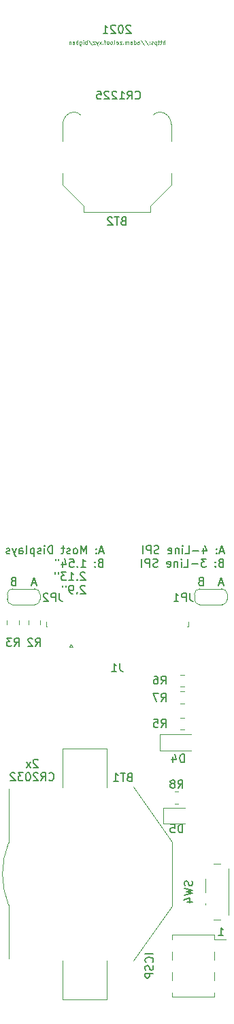
<source format=gbo>
G04 #@! TF.GenerationSoftware,KiCad,Pcbnew,(5.1.10)-1*
G04 #@! TF.CreationDate,2021-11-22T20:28:52+00:00*
G04 #@! TF.ProjectId,Big Ben Ornament,42696720-4265-46e2-904f-726e616d656e,rev?*
G04 #@! TF.SameCoordinates,Original*
G04 #@! TF.FileFunction,Legend,Bot*
G04 #@! TF.FilePolarity,Positive*
%FSLAX46Y46*%
G04 Gerber Fmt 4.6, Leading zero omitted, Abs format (unit mm)*
G04 Created by KiCad (PCBNEW (5.1.10)-1) date 2021-11-22 20:28:52*
%MOMM*%
%LPD*%
G01*
G04 APERTURE LIST*
%ADD10C,0.150000*%
%ADD11C,0.100000*%
%ADD12C,0.120000*%
G04 APERTURE END LIST*
D10*
X105209125Y-50637179D02*
X105161506Y-50589560D01*
X105066268Y-50541940D01*
X104828173Y-50541940D01*
X104732935Y-50589560D01*
X104685316Y-50637179D01*
X104637697Y-50732417D01*
X104637697Y-50827655D01*
X104685316Y-50970512D01*
X105256744Y-51541940D01*
X104637697Y-51541940D01*
X104018649Y-50541940D02*
X103923411Y-50541940D01*
X103828173Y-50589560D01*
X103780554Y-50637179D01*
X103732935Y-50732417D01*
X103685316Y-50922893D01*
X103685316Y-51160988D01*
X103732935Y-51351464D01*
X103780554Y-51446702D01*
X103828173Y-51494321D01*
X103923411Y-51541940D01*
X104018649Y-51541940D01*
X104113887Y-51494321D01*
X104161506Y-51446702D01*
X104209125Y-51351464D01*
X104256744Y-51160988D01*
X104256744Y-50922893D01*
X104209125Y-50732417D01*
X104161506Y-50637179D01*
X104113887Y-50589560D01*
X104018649Y-50541940D01*
X103304363Y-50637179D02*
X103256744Y-50589560D01*
X103161506Y-50541940D01*
X102923411Y-50541940D01*
X102828173Y-50589560D01*
X102780554Y-50637179D01*
X102732935Y-50732417D01*
X102732935Y-50827655D01*
X102780554Y-50970512D01*
X103351982Y-51541940D01*
X102732935Y-51541940D01*
X101780554Y-51541940D02*
X102351982Y-51541940D01*
X102066268Y-51541940D02*
X102066268Y-50541940D01*
X102161506Y-50684798D01*
X102256744Y-50780036D01*
X102351982Y-50827655D01*
D11*
X109447220Y-52903250D02*
X109447220Y-52403250D01*
X109232935Y-52903250D02*
X109232935Y-52641345D01*
X109256744Y-52593726D01*
X109304363Y-52569917D01*
X109375792Y-52569917D01*
X109423411Y-52593726D01*
X109447220Y-52617536D01*
X109066268Y-52569917D02*
X108875792Y-52569917D01*
X108994840Y-52403250D02*
X108994840Y-52831821D01*
X108971030Y-52879440D01*
X108923411Y-52903250D01*
X108875792Y-52903250D01*
X108780554Y-52569917D02*
X108590078Y-52569917D01*
X108709125Y-52403250D02*
X108709125Y-52831821D01*
X108685316Y-52879440D01*
X108637697Y-52903250D01*
X108590078Y-52903250D01*
X108423411Y-52569917D02*
X108423411Y-53069917D01*
X108423411Y-52593726D02*
X108375792Y-52569917D01*
X108280554Y-52569917D01*
X108232935Y-52593726D01*
X108209125Y-52617536D01*
X108185316Y-52665155D01*
X108185316Y-52808012D01*
X108209125Y-52855631D01*
X108232935Y-52879440D01*
X108280554Y-52903250D01*
X108375792Y-52903250D01*
X108423411Y-52879440D01*
X107994840Y-52879440D02*
X107947220Y-52903250D01*
X107851982Y-52903250D01*
X107804363Y-52879440D01*
X107780554Y-52831821D01*
X107780554Y-52808012D01*
X107804363Y-52760393D01*
X107851982Y-52736583D01*
X107923411Y-52736583D01*
X107971030Y-52712774D01*
X107994840Y-52665155D01*
X107994840Y-52641345D01*
X107971030Y-52593726D01*
X107923411Y-52569917D01*
X107851982Y-52569917D01*
X107804363Y-52593726D01*
X107566268Y-52855631D02*
X107542459Y-52879440D01*
X107566268Y-52903250D01*
X107590078Y-52879440D01*
X107566268Y-52855631D01*
X107566268Y-52903250D01*
X107566268Y-52593726D02*
X107542459Y-52617536D01*
X107566268Y-52641345D01*
X107590078Y-52617536D01*
X107566268Y-52593726D01*
X107566268Y-52641345D01*
X106971030Y-52379440D02*
X107399601Y-53022298D01*
X106447220Y-52379440D02*
X106875792Y-53022298D01*
X106066268Y-52903250D02*
X106066268Y-52641345D01*
X106090078Y-52593726D01*
X106137697Y-52569917D01*
X106232935Y-52569917D01*
X106280554Y-52593726D01*
X106066268Y-52879440D02*
X106113887Y-52903250D01*
X106232935Y-52903250D01*
X106280554Y-52879440D01*
X106304363Y-52831821D01*
X106304363Y-52784202D01*
X106280554Y-52736583D01*
X106232935Y-52712774D01*
X106113887Y-52712774D01*
X106066268Y-52688964D01*
X105613887Y-52903250D02*
X105613887Y-52403250D01*
X105613887Y-52879440D02*
X105661506Y-52903250D01*
X105756744Y-52903250D01*
X105804363Y-52879440D01*
X105828173Y-52855631D01*
X105851982Y-52808012D01*
X105851982Y-52665155D01*
X105828173Y-52617536D01*
X105804363Y-52593726D01*
X105756744Y-52569917D01*
X105661506Y-52569917D01*
X105613887Y-52593726D01*
X105161506Y-52903250D02*
X105161506Y-52641345D01*
X105185316Y-52593726D01*
X105232935Y-52569917D01*
X105328173Y-52569917D01*
X105375792Y-52593726D01*
X105161506Y-52879440D02*
X105209125Y-52903250D01*
X105328173Y-52903250D01*
X105375792Y-52879440D01*
X105399601Y-52831821D01*
X105399601Y-52784202D01*
X105375792Y-52736583D01*
X105328173Y-52712774D01*
X105209125Y-52712774D01*
X105161506Y-52688964D01*
X104923411Y-52903250D02*
X104923411Y-52569917D01*
X104923411Y-52617536D02*
X104899601Y-52593726D01*
X104851982Y-52569917D01*
X104780554Y-52569917D01*
X104732935Y-52593726D01*
X104709125Y-52641345D01*
X104709125Y-52903250D01*
X104709125Y-52641345D02*
X104685316Y-52593726D01*
X104637697Y-52569917D01*
X104566268Y-52569917D01*
X104518649Y-52593726D01*
X104494840Y-52641345D01*
X104494840Y-52903250D01*
X104256744Y-52855631D02*
X104232935Y-52879440D01*
X104256744Y-52903250D01*
X104280554Y-52879440D01*
X104256744Y-52855631D01*
X104256744Y-52903250D01*
X104066268Y-52569917D02*
X103804363Y-52569917D01*
X104066268Y-52903250D01*
X103804363Y-52903250D01*
X103423411Y-52879440D02*
X103471030Y-52903250D01*
X103566268Y-52903250D01*
X103613887Y-52879440D01*
X103637697Y-52831821D01*
X103637697Y-52641345D01*
X103613887Y-52593726D01*
X103566268Y-52569917D01*
X103471030Y-52569917D01*
X103423411Y-52593726D01*
X103399601Y-52641345D01*
X103399601Y-52688964D01*
X103637697Y-52736583D01*
X103113887Y-52903250D02*
X103161506Y-52879440D01*
X103185316Y-52831821D01*
X103185316Y-52403250D01*
X102851982Y-52903250D02*
X102899601Y-52879440D01*
X102923411Y-52855631D01*
X102947220Y-52808012D01*
X102947220Y-52665155D01*
X102923411Y-52617536D01*
X102899601Y-52593726D01*
X102851982Y-52569917D01*
X102780554Y-52569917D01*
X102732935Y-52593726D01*
X102709125Y-52617536D01*
X102685316Y-52665155D01*
X102685316Y-52808012D01*
X102709125Y-52855631D01*
X102732935Y-52879440D01*
X102780554Y-52903250D01*
X102851982Y-52903250D01*
X102399601Y-52903250D02*
X102447220Y-52879440D01*
X102471030Y-52855631D01*
X102494840Y-52808012D01*
X102494840Y-52665155D01*
X102471030Y-52617536D01*
X102447220Y-52593726D01*
X102399601Y-52569917D01*
X102328173Y-52569917D01*
X102280554Y-52593726D01*
X102256744Y-52617536D01*
X102232935Y-52665155D01*
X102232935Y-52808012D01*
X102256744Y-52855631D01*
X102280554Y-52879440D01*
X102328173Y-52903250D01*
X102399601Y-52903250D01*
X102090078Y-52569917D02*
X101899601Y-52569917D01*
X102018649Y-52903250D02*
X102018649Y-52474679D01*
X101994840Y-52427060D01*
X101947220Y-52403250D01*
X101899601Y-52403250D01*
X101732935Y-52855631D02*
X101709125Y-52879440D01*
X101732935Y-52903250D01*
X101756744Y-52879440D01*
X101732935Y-52855631D01*
X101732935Y-52903250D01*
X101542459Y-52903250D02*
X101280554Y-52569917D01*
X101542459Y-52569917D02*
X101280554Y-52903250D01*
X101137697Y-52569917D02*
X101018649Y-52903250D01*
X100899601Y-52569917D02*
X101018649Y-52903250D01*
X101066268Y-53022298D01*
X101090078Y-53046107D01*
X101137697Y-53069917D01*
X100756744Y-52569917D02*
X100494840Y-52569917D01*
X100756744Y-52903250D01*
X100494840Y-52903250D01*
X99947220Y-52379440D02*
X100375792Y-53022298D01*
X99780554Y-52903250D02*
X99780554Y-52403250D01*
X99780554Y-52593726D02*
X99732935Y-52569917D01*
X99637697Y-52569917D01*
X99590078Y-52593726D01*
X99566268Y-52617536D01*
X99542459Y-52665155D01*
X99542459Y-52808012D01*
X99566268Y-52855631D01*
X99590078Y-52879440D01*
X99637697Y-52903250D01*
X99732935Y-52903250D01*
X99780554Y-52879440D01*
X99328173Y-52903250D02*
X99328173Y-52569917D01*
X99328173Y-52403250D02*
X99351982Y-52427060D01*
X99328173Y-52450869D01*
X99304363Y-52427060D01*
X99328173Y-52403250D01*
X99328173Y-52450869D01*
X98875792Y-52569917D02*
X98875792Y-52974679D01*
X98899601Y-53022298D01*
X98923411Y-53046107D01*
X98971030Y-53069917D01*
X99042459Y-53069917D01*
X99090078Y-53046107D01*
X98875792Y-52879440D02*
X98923411Y-52903250D01*
X99018649Y-52903250D01*
X99066268Y-52879440D01*
X99090078Y-52855631D01*
X99113887Y-52808012D01*
X99113887Y-52665155D01*
X99090078Y-52617536D01*
X99066268Y-52593726D01*
X99018649Y-52569917D01*
X98923411Y-52569917D01*
X98875792Y-52593726D01*
X98637697Y-52903250D02*
X98637697Y-52403250D01*
X98637697Y-52593726D02*
X98590078Y-52569917D01*
X98494840Y-52569917D01*
X98447220Y-52593726D01*
X98423411Y-52617536D01*
X98399601Y-52665155D01*
X98399601Y-52808012D01*
X98423411Y-52855631D01*
X98447220Y-52879440D01*
X98494840Y-52903250D01*
X98590078Y-52903250D01*
X98637697Y-52879440D01*
X97994840Y-52879440D02*
X98042459Y-52903250D01*
X98137697Y-52903250D01*
X98185316Y-52879440D01*
X98209125Y-52831821D01*
X98209125Y-52641345D01*
X98185316Y-52593726D01*
X98137697Y-52569917D01*
X98042459Y-52569917D01*
X97994840Y-52593726D01*
X97971030Y-52641345D01*
X97971030Y-52688964D01*
X98209125Y-52736583D01*
X97756744Y-52569917D02*
X97756744Y-52903250D01*
X97756744Y-52617536D02*
X97732935Y-52593726D01*
X97685316Y-52569917D01*
X97613887Y-52569917D01*
X97566268Y-52593726D01*
X97542459Y-52641345D01*
X97542459Y-52903250D01*
D10*
X101809863Y-115900726D02*
X101333673Y-115900726D01*
X101905101Y-116186440D02*
X101571768Y-115186440D01*
X101238435Y-116186440D01*
X100905101Y-116091202D02*
X100857482Y-116138821D01*
X100905101Y-116186440D01*
X100952720Y-116138821D01*
X100905101Y-116091202D01*
X100905101Y-116186440D01*
X100905101Y-115567393D02*
X100857482Y-115615012D01*
X100905101Y-115662631D01*
X100952720Y-115615012D01*
X100905101Y-115567393D01*
X100905101Y-115662631D01*
X99667006Y-116186440D02*
X99667006Y-115186440D01*
X99333673Y-115900726D01*
X99000340Y-115186440D01*
X99000340Y-116186440D01*
X98381292Y-116186440D02*
X98476530Y-116138821D01*
X98524149Y-116091202D01*
X98571768Y-115995964D01*
X98571768Y-115710250D01*
X98524149Y-115615012D01*
X98476530Y-115567393D01*
X98381292Y-115519774D01*
X98238435Y-115519774D01*
X98143197Y-115567393D01*
X98095578Y-115615012D01*
X98047959Y-115710250D01*
X98047959Y-115995964D01*
X98095578Y-116091202D01*
X98143197Y-116138821D01*
X98238435Y-116186440D01*
X98381292Y-116186440D01*
X97667006Y-116138821D02*
X97571768Y-116186440D01*
X97381292Y-116186440D01*
X97286054Y-116138821D01*
X97238435Y-116043583D01*
X97238435Y-115995964D01*
X97286054Y-115900726D01*
X97381292Y-115853107D01*
X97524149Y-115853107D01*
X97619387Y-115805488D01*
X97667006Y-115710250D01*
X97667006Y-115662631D01*
X97619387Y-115567393D01*
X97524149Y-115519774D01*
X97381292Y-115519774D01*
X97286054Y-115567393D01*
X96952720Y-115519774D02*
X96571768Y-115519774D01*
X96809863Y-115186440D02*
X96809863Y-116043583D01*
X96762244Y-116138821D01*
X96667006Y-116186440D01*
X96571768Y-116186440D01*
X95476530Y-116186440D02*
X95476530Y-115186440D01*
X95238435Y-115186440D01*
X95095578Y-115234060D01*
X95000340Y-115329298D01*
X94952720Y-115424536D01*
X94905101Y-115615012D01*
X94905101Y-115757869D01*
X94952720Y-115948345D01*
X95000340Y-116043583D01*
X95095578Y-116138821D01*
X95238435Y-116186440D01*
X95476530Y-116186440D01*
X94476530Y-116186440D02*
X94476530Y-115519774D01*
X94476530Y-115186440D02*
X94524149Y-115234060D01*
X94476530Y-115281679D01*
X94428911Y-115234060D01*
X94476530Y-115186440D01*
X94476530Y-115281679D01*
X94047959Y-116138821D02*
X93952720Y-116186440D01*
X93762244Y-116186440D01*
X93667006Y-116138821D01*
X93619387Y-116043583D01*
X93619387Y-115995964D01*
X93667006Y-115900726D01*
X93762244Y-115853107D01*
X93905101Y-115853107D01*
X94000340Y-115805488D01*
X94047959Y-115710250D01*
X94047959Y-115662631D01*
X94000340Y-115567393D01*
X93905101Y-115519774D01*
X93762244Y-115519774D01*
X93667006Y-115567393D01*
X93190816Y-115519774D02*
X93190816Y-116519774D01*
X93190816Y-115567393D02*
X93095578Y-115519774D01*
X92905101Y-115519774D01*
X92809863Y-115567393D01*
X92762244Y-115615012D01*
X92714625Y-115710250D01*
X92714625Y-115995964D01*
X92762244Y-116091202D01*
X92809863Y-116138821D01*
X92905101Y-116186440D01*
X93095578Y-116186440D01*
X93190816Y-116138821D01*
X92143197Y-116186440D02*
X92238435Y-116138821D01*
X92286054Y-116043583D01*
X92286054Y-115186440D01*
X91333673Y-116186440D02*
X91333673Y-115662631D01*
X91381292Y-115567393D01*
X91476530Y-115519774D01*
X91667006Y-115519774D01*
X91762244Y-115567393D01*
X91333673Y-116138821D02*
X91428911Y-116186440D01*
X91667006Y-116186440D01*
X91762244Y-116138821D01*
X91809863Y-116043583D01*
X91809863Y-115948345D01*
X91762244Y-115853107D01*
X91667006Y-115805488D01*
X91428911Y-115805488D01*
X91333673Y-115757869D01*
X90952720Y-115519774D02*
X90714625Y-116186440D01*
X90476530Y-115519774D02*
X90714625Y-116186440D01*
X90809863Y-116424536D01*
X90857482Y-116472155D01*
X90952720Y-116519774D01*
X90143197Y-116138821D02*
X90047959Y-116186440D01*
X89857482Y-116186440D01*
X89762244Y-116138821D01*
X89714625Y-116043583D01*
X89714625Y-115995964D01*
X89762244Y-115900726D01*
X89857482Y-115853107D01*
X90000340Y-115853107D01*
X90095578Y-115805488D01*
X90143197Y-115710250D01*
X90143197Y-115662631D01*
X90095578Y-115567393D01*
X90000340Y-115519774D01*
X89857482Y-115519774D01*
X89762244Y-115567393D01*
X101428911Y-117312631D02*
X101286054Y-117360250D01*
X101238435Y-117407869D01*
X101190816Y-117503107D01*
X101190816Y-117645964D01*
X101238435Y-117741202D01*
X101286054Y-117788821D01*
X101381292Y-117836440D01*
X101762244Y-117836440D01*
X101762244Y-116836440D01*
X101428911Y-116836440D01*
X101333673Y-116884060D01*
X101286054Y-116931679D01*
X101238435Y-117026917D01*
X101238435Y-117122155D01*
X101286054Y-117217393D01*
X101333673Y-117265012D01*
X101428911Y-117312631D01*
X101762244Y-117312631D01*
X100762244Y-117741202D02*
X100714625Y-117788821D01*
X100762244Y-117836440D01*
X100809863Y-117788821D01*
X100762244Y-117741202D01*
X100762244Y-117836440D01*
X100762244Y-117217393D02*
X100714625Y-117265012D01*
X100762244Y-117312631D01*
X100809863Y-117265012D01*
X100762244Y-117217393D01*
X100762244Y-117312631D01*
X99000340Y-117836440D02*
X99571768Y-117836440D01*
X99286054Y-117836440D02*
X99286054Y-116836440D01*
X99381292Y-116979298D01*
X99476530Y-117074536D01*
X99571768Y-117122155D01*
X98571768Y-117741202D02*
X98524149Y-117788821D01*
X98571768Y-117836440D01*
X98619387Y-117788821D01*
X98571768Y-117741202D01*
X98571768Y-117836440D01*
X97619387Y-116836440D02*
X98095578Y-116836440D01*
X98143197Y-117312631D01*
X98095578Y-117265012D01*
X98000340Y-117217393D01*
X97762244Y-117217393D01*
X97667006Y-117265012D01*
X97619387Y-117312631D01*
X97571768Y-117407869D01*
X97571768Y-117645964D01*
X97619387Y-117741202D01*
X97667006Y-117788821D01*
X97762244Y-117836440D01*
X98000340Y-117836440D01*
X98095578Y-117788821D01*
X98143197Y-117741202D01*
X96714625Y-117169774D02*
X96714625Y-117836440D01*
X96952720Y-116788821D02*
X97190816Y-117503107D01*
X96571768Y-117503107D01*
X96238435Y-116836440D02*
X96238435Y-117026917D01*
X95857482Y-116836440D02*
X95857482Y-117026917D01*
X99524149Y-118581679D02*
X99476530Y-118534060D01*
X99381292Y-118486440D01*
X99143197Y-118486440D01*
X99047959Y-118534060D01*
X99000340Y-118581679D01*
X98952720Y-118676917D01*
X98952720Y-118772155D01*
X99000340Y-118915012D01*
X99571768Y-119486440D01*
X98952720Y-119486440D01*
X98524149Y-119391202D02*
X98476530Y-119438821D01*
X98524149Y-119486440D01*
X98571768Y-119438821D01*
X98524149Y-119391202D01*
X98524149Y-119486440D01*
X97524149Y-119486440D02*
X98095578Y-119486440D01*
X97809863Y-119486440D02*
X97809863Y-118486440D01*
X97905101Y-118629298D01*
X98000340Y-118724536D01*
X98095578Y-118772155D01*
X97190816Y-118486440D02*
X96571768Y-118486440D01*
X96905101Y-118867393D01*
X96762244Y-118867393D01*
X96667006Y-118915012D01*
X96619387Y-118962631D01*
X96571768Y-119057869D01*
X96571768Y-119295964D01*
X96619387Y-119391202D01*
X96667006Y-119438821D01*
X96762244Y-119486440D01*
X97047959Y-119486440D01*
X97143197Y-119438821D01*
X97190816Y-119391202D01*
X96190816Y-118486440D02*
X96190816Y-118676917D01*
X95809863Y-118486440D02*
X95809863Y-118676917D01*
X99524149Y-120231679D02*
X99476530Y-120184060D01*
X99381292Y-120136440D01*
X99143197Y-120136440D01*
X99047959Y-120184060D01*
X99000340Y-120231679D01*
X98952720Y-120326917D01*
X98952720Y-120422155D01*
X99000340Y-120565012D01*
X99571768Y-121136440D01*
X98952720Y-121136440D01*
X98524149Y-121041202D02*
X98476530Y-121088821D01*
X98524149Y-121136440D01*
X98571768Y-121088821D01*
X98524149Y-121041202D01*
X98524149Y-121136440D01*
X98000340Y-121136440D02*
X97809863Y-121136440D01*
X97714625Y-121088821D01*
X97667006Y-121041202D01*
X97571768Y-120898345D01*
X97524149Y-120707869D01*
X97524149Y-120326917D01*
X97571768Y-120231679D01*
X97619387Y-120184060D01*
X97714625Y-120136440D01*
X97905101Y-120136440D01*
X98000340Y-120184060D01*
X98047959Y-120231679D01*
X98095578Y-120326917D01*
X98095578Y-120565012D01*
X98047959Y-120660250D01*
X98000340Y-120707869D01*
X97905101Y-120755488D01*
X97714625Y-120755488D01*
X97619387Y-120707869D01*
X97571768Y-120660250D01*
X97524149Y-120565012D01*
X97143197Y-120136440D02*
X97143197Y-120326917D01*
X96762244Y-120136440D02*
X96762244Y-120326917D01*
X116795863Y-115899726D02*
X116319673Y-115899726D01*
X116891101Y-116185440D02*
X116557768Y-115185440D01*
X116224435Y-116185440D01*
X115891101Y-116090202D02*
X115843482Y-116137821D01*
X115891101Y-116185440D01*
X115938720Y-116137821D01*
X115891101Y-116090202D01*
X115891101Y-116185440D01*
X115891101Y-115566393D02*
X115843482Y-115614012D01*
X115891101Y-115661631D01*
X115938720Y-115614012D01*
X115891101Y-115566393D01*
X115891101Y-115661631D01*
X114224435Y-115518774D02*
X114224435Y-116185440D01*
X114462530Y-115137821D02*
X114700625Y-115852107D01*
X114081578Y-115852107D01*
X113700625Y-115804488D02*
X112938720Y-115804488D01*
X111986340Y-116185440D02*
X112462530Y-116185440D01*
X112462530Y-115185440D01*
X111653006Y-116185440D02*
X111653006Y-115518774D01*
X111653006Y-115185440D02*
X111700625Y-115233060D01*
X111653006Y-115280679D01*
X111605387Y-115233060D01*
X111653006Y-115185440D01*
X111653006Y-115280679D01*
X111176816Y-115518774D02*
X111176816Y-116185440D01*
X111176816Y-115614012D02*
X111129197Y-115566393D01*
X111033959Y-115518774D01*
X110891101Y-115518774D01*
X110795863Y-115566393D01*
X110748244Y-115661631D01*
X110748244Y-116185440D01*
X109891101Y-116137821D02*
X109986340Y-116185440D01*
X110176816Y-116185440D01*
X110272054Y-116137821D01*
X110319673Y-116042583D01*
X110319673Y-115661631D01*
X110272054Y-115566393D01*
X110176816Y-115518774D01*
X109986340Y-115518774D01*
X109891101Y-115566393D01*
X109843482Y-115661631D01*
X109843482Y-115756869D01*
X110319673Y-115852107D01*
X108700625Y-116137821D02*
X108557768Y-116185440D01*
X108319673Y-116185440D01*
X108224435Y-116137821D01*
X108176816Y-116090202D01*
X108129197Y-115994964D01*
X108129197Y-115899726D01*
X108176816Y-115804488D01*
X108224435Y-115756869D01*
X108319673Y-115709250D01*
X108510149Y-115661631D01*
X108605387Y-115614012D01*
X108653006Y-115566393D01*
X108700625Y-115471155D01*
X108700625Y-115375917D01*
X108653006Y-115280679D01*
X108605387Y-115233060D01*
X108510149Y-115185440D01*
X108272054Y-115185440D01*
X108129197Y-115233060D01*
X107700625Y-116185440D02*
X107700625Y-115185440D01*
X107319673Y-115185440D01*
X107224435Y-115233060D01*
X107176816Y-115280679D01*
X107129197Y-115375917D01*
X107129197Y-115518774D01*
X107176816Y-115614012D01*
X107224435Y-115661631D01*
X107319673Y-115709250D01*
X107700625Y-115709250D01*
X106700625Y-116185440D02*
X106700625Y-115185440D01*
X116414911Y-117311631D02*
X116272054Y-117359250D01*
X116224435Y-117406869D01*
X116176816Y-117502107D01*
X116176816Y-117644964D01*
X116224435Y-117740202D01*
X116272054Y-117787821D01*
X116367292Y-117835440D01*
X116748244Y-117835440D01*
X116748244Y-116835440D01*
X116414911Y-116835440D01*
X116319673Y-116883060D01*
X116272054Y-116930679D01*
X116224435Y-117025917D01*
X116224435Y-117121155D01*
X116272054Y-117216393D01*
X116319673Y-117264012D01*
X116414911Y-117311631D01*
X116748244Y-117311631D01*
X115748244Y-117740202D02*
X115700625Y-117787821D01*
X115748244Y-117835440D01*
X115795863Y-117787821D01*
X115748244Y-117740202D01*
X115748244Y-117835440D01*
X115748244Y-117216393D02*
X115700625Y-117264012D01*
X115748244Y-117311631D01*
X115795863Y-117264012D01*
X115748244Y-117216393D01*
X115748244Y-117311631D01*
X114605387Y-116835440D02*
X113986340Y-116835440D01*
X114319673Y-117216393D01*
X114176816Y-117216393D01*
X114081578Y-117264012D01*
X114033959Y-117311631D01*
X113986340Y-117406869D01*
X113986340Y-117644964D01*
X114033959Y-117740202D01*
X114081578Y-117787821D01*
X114176816Y-117835440D01*
X114462530Y-117835440D01*
X114557768Y-117787821D01*
X114605387Y-117740202D01*
X113557768Y-117454488D02*
X112795863Y-117454488D01*
X111843482Y-117835440D02*
X112319673Y-117835440D01*
X112319673Y-116835440D01*
X111510149Y-117835440D02*
X111510149Y-117168774D01*
X111510149Y-116835440D02*
X111557768Y-116883060D01*
X111510149Y-116930679D01*
X111462530Y-116883060D01*
X111510149Y-116835440D01*
X111510149Y-116930679D01*
X111033959Y-117168774D02*
X111033959Y-117835440D01*
X111033959Y-117264012D02*
X110986340Y-117216393D01*
X110891101Y-117168774D01*
X110748244Y-117168774D01*
X110653006Y-117216393D01*
X110605387Y-117311631D01*
X110605387Y-117835440D01*
X109748244Y-117787821D02*
X109843482Y-117835440D01*
X110033959Y-117835440D01*
X110129197Y-117787821D01*
X110176816Y-117692583D01*
X110176816Y-117311631D01*
X110129197Y-117216393D01*
X110033959Y-117168774D01*
X109843482Y-117168774D01*
X109748244Y-117216393D01*
X109700625Y-117311631D01*
X109700625Y-117406869D01*
X110176816Y-117502107D01*
X108557768Y-117787821D02*
X108414911Y-117835440D01*
X108176816Y-117835440D01*
X108081578Y-117787821D01*
X108033959Y-117740202D01*
X107986340Y-117644964D01*
X107986340Y-117549726D01*
X108033959Y-117454488D01*
X108081578Y-117406869D01*
X108176816Y-117359250D01*
X108367292Y-117311631D01*
X108462530Y-117264012D01*
X108510149Y-117216393D01*
X108557768Y-117121155D01*
X108557768Y-117025917D01*
X108510149Y-116930679D01*
X108462530Y-116883060D01*
X108367292Y-116835440D01*
X108129197Y-116835440D01*
X107986340Y-116883060D01*
X107557768Y-117835440D02*
X107557768Y-116835440D01*
X107176816Y-116835440D01*
X107081578Y-116883060D01*
X107033959Y-116930679D01*
X106986340Y-117025917D01*
X106986340Y-117168774D01*
X107033959Y-117264012D01*
X107081578Y-117311631D01*
X107176816Y-117359250D01*
X107557768Y-117359250D01*
X106557768Y-117835440D02*
X106557768Y-116835440D01*
X113900911Y-119598131D02*
X113758054Y-119645750D01*
X113710435Y-119693369D01*
X113662816Y-119788607D01*
X113662816Y-119931464D01*
X113710435Y-120026702D01*
X113758054Y-120074321D01*
X113853292Y-120121940D01*
X114234244Y-120121940D01*
X114234244Y-119121940D01*
X113900911Y-119121940D01*
X113805673Y-119169560D01*
X113758054Y-119217179D01*
X113710435Y-119312417D01*
X113710435Y-119407655D01*
X113758054Y-119502893D01*
X113805673Y-119550512D01*
X113900911Y-119598131D01*
X114234244Y-119598131D01*
X116686935Y-119836226D02*
X116210744Y-119836226D01*
X116782173Y-120121940D02*
X116448840Y-119121940D01*
X116115506Y-120121940D01*
X90596411Y-119598131D02*
X90453554Y-119645750D01*
X90405935Y-119693369D01*
X90358316Y-119788607D01*
X90358316Y-119931464D01*
X90405935Y-120026702D01*
X90453554Y-120074321D01*
X90548792Y-120121940D01*
X90929744Y-120121940D01*
X90929744Y-119121940D01*
X90596411Y-119121940D01*
X90501173Y-119169560D01*
X90453554Y-119217179D01*
X90405935Y-119312417D01*
X90405935Y-119407655D01*
X90453554Y-119502893D01*
X90501173Y-119550512D01*
X90596411Y-119598131D01*
X90929744Y-119598131D01*
X93382435Y-119836226D02*
X92906244Y-119836226D01*
X93477673Y-120121940D02*
X93144340Y-119121940D01*
X92811006Y-120121940D01*
X105780578Y-59638202D02*
X105828197Y-59685821D01*
X105971054Y-59733440D01*
X106066292Y-59733440D01*
X106209149Y-59685821D01*
X106304387Y-59590583D01*
X106352006Y-59495345D01*
X106399625Y-59304869D01*
X106399625Y-59162012D01*
X106352006Y-58971536D01*
X106304387Y-58876298D01*
X106209149Y-58781060D01*
X106066292Y-58733440D01*
X105971054Y-58733440D01*
X105828197Y-58781060D01*
X105780578Y-58828679D01*
X104780578Y-59733440D02*
X105113911Y-59257250D01*
X105352006Y-59733440D02*
X105352006Y-58733440D01*
X104971054Y-58733440D01*
X104875816Y-58781060D01*
X104828197Y-58828679D01*
X104780578Y-58923917D01*
X104780578Y-59066774D01*
X104828197Y-59162012D01*
X104875816Y-59209631D01*
X104971054Y-59257250D01*
X105352006Y-59257250D01*
X103828197Y-59733440D02*
X104399625Y-59733440D01*
X104113911Y-59733440D02*
X104113911Y-58733440D01*
X104209149Y-58876298D01*
X104304387Y-58971536D01*
X104399625Y-59019155D01*
X103447244Y-58828679D02*
X103399625Y-58781060D01*
X103304387Y-58733440D01*
X103066292Y-58733440D01*
X102971054Y-58781060D01*
X102923435Y-58828679D01*
X102875816Y-58923917D01*
X102875816Y-59019155D01*
X102923435Y-59162012D01*
X103494863Y-59733440D01*
X102875816Y-59733440D01*
X102494863Y-58828679D02*
X102447244Y-58781060D01*
X102352006Y-58733440D01*
X102113911Y-58733440D01*
X102018673Y-58781060D01*
X101971054Y-58828679D01*
X101923435Y-58923917D01*
X101923435Y-59019155D01*
X101971054Y-59162012D01*
X102542482Y-59733440D01*
X101923435Y-59733440D01*
X101018673Y-58733440D02*
X101494863Y-58733440D01*
X101542482Y-59209631D01*
X101494863Y-59162012D01*
X101399625Y-59114393D01*
X101161530Y-59114393D01*
X101066292Y-59162012D01*
X101018673Y-59209631D01*
X100971054Y-59304869D01*
X100971054Y-59542964D01*
X101018673Y-59638202D01*
X101066292Y-59685821D01*
X101161530Y-59733440D01*
X101399625Y-59733440D01*
X101494863Y-59685821D01*
X101542482Y-59638202D01*
X93644316Y-141823679D02*
X93596697Y-141776060D01*
X93501459Y-141728440D01*
X93263363Y-141728440D01*
X93168125Y-141776060D01*
X93120506Y-141823679D01*
X93072887Y-141918917D01*
X93072887Y-142014155D01*
X93120506Y-142157012D01*
X93691935Y-142728440D01*
X93072887Y-142728440D01*
X92739554Y-142728440D02*
X92215744Y-142061774D01*
X92739554Y-142061774D02*
X92215744Y-142728440D01*
X95049078Y-144283202D02*
X95096697Y-144330821D01*
X95239554Y-144378440D01*
X95334792Y-144378440D01*
X95477649Y-144330821D01*
X95572887Y-144235583D01*
X95620506Y-144140345D01*
X95668125Y-143949869D01*
X95668125Y-143807012D01*
X95620506Y-143616536D01*
X95572887Y-143521298D01*
X95477649Y-143426060D01*
X95334792Y-143378440D01*
X95239554Y-143378440D01*
X95096697Y-143426060D01*
X95049078Y-143473679D01*
X94049078Y-144378440D02*
X94382411Y-143902250D01*
X94620506Y-144378440D02*
X94620506Y-143378440D01*
X94239554Y-143378440D01*
X94144316Y-143426060D01*
X94096697Y-143473679D01*
X94049078Y-143568917D01*
X94049078Y-143711774D01*
X94096697Y-143807012D01*
X94144316Y-143854631D01*
X94239554Y-143902250D01*
X94620506Y-143902250D01*
X93668125Y-143473679D02*
X93620506Y-143426060D01*
X93525268Y-143378440D01*
X93287173Y-143378440D01*
X93191935Y-143426060D01*
X93144316Y-143473679D01*
X93096697Y-143568917D01*
X93096697Y-143664155D01*
X93144316Y-143807012D01*
X93715744Y-144378440D01*
X93096697Y-144378440D01*
X92477649Y-143378440D02*
X92382411Y-143378440D01*
X92287173Y-143426060D01*
X92239554Y-143473679D01*
X92191935Y-143568917D01*
X92144316Y-143759393D01*
X92144316Y-143997488D01*
X92191935Y-144187964D01*
X92239554Y-144283202D01*
X92287173Y-144330821D01*
X92382411Y-144378440D01*
X92477649Y-144378440D01*
X92572887Y-144330821D01*
X92620506Y-144283202D01*
X92668125Y-144187964D01*
X92715744Y-143997488D01*
X92715744Y-143759393D01*
X92668125Y-143568917D01*
X92620506Y-143473679D01*
X92572887Y-143426060D01*
X92477649Y-143378440D01*
X91810982Y-143378440D02*
X91191935Y-143378440D01*
X91525268Y-143759393D01*
X91382411Y-143759393D01*
X91287173Y-143807012D01*
X91239554Y-143854631D01*
X91191935Y-143949869D01*
X91191935Y-144187964D01*
X91239554Y-144283202D01*
X91287173Y-144330821D01*
X91382411Y-144378440D01*
X91668125Y-144378440D01*
X91763363Y-144330821D01*
X91810982Y-144283202D01*
X90810982Y-143473679D02*
X90763363Y-143426060D01*
X90668125Y-143378440D01*
X90430030Y-143378440D01*
X90334792Y-143426060D01*
X90287173Y-143473679D01*
X90239554Y-143568917D01*
X90239554Y-143664155D01*
X90287173Y-143807012D01*
X90858601Y-144378440D01*
X90239554Y-144378440D01*
X116163125Y-163619440D02*
X116734554Y-163619440D01*
X116448840Y-163619440D02*
X116448840Y-162619440D01*
X116544078Y-162762298D01*
X116639316Y-162857536D01*
X116734554Y-162905155D01*
D12*
X93234500Y-122539000D02*
G75*
G03*
X93934500Y-121839000I0J700000D01*
G01*
X93934500Y-121239000D02*
G75*
G03*
X93234500Y-120539000I-700000J0D01*
G01*
X90534500Y-120539000D02*
G75*
G03*
X89834500Y-121239000I0J-700000D01*
G01*
X89834500Y-121839000D02*
G75*
G03*
X90534500Y-122539000I700000J0D01*
G01*
X90484500Y-122539000D02*
X93284500Y-122539000D01*
X93934500Y-121839000D02*
X93934500Y-121239000D01*
X93284500Y-120539000D02*
X90484500Y-120539000D01*
X89834500Y-121239000D02*
X89834500Y-121839000D01*
X113139000Y-121239000D02*
X113139000Y-121839000D01*
X116589000Y-120539000D02*
X113789000Y-120539000D01*
X117239000Y-121839000D02*
X117239000Y-121239000D01*
X113789000Y-122539000D02*
X116589000Y-122539000D01*
X113139000Y-121839000D02*
G75*
G03*
X113839000Y-122539000I700000J0D01*
G01*
X113839000Y-120539000D02*
G75*
G03*
X113139000Y-121239000I0J-700000D01*
G01*
X117239000Y-121239000D02*
G75*
G03*
X116539000Y-120539000I-700000J0D01*
G01*
X116539000Y-122539000D02*
G75*
G03*
X117239000Y-121839000I0J700000D01*
G01*
X114513500Y-159578500D02*
X114513500Y-159778500D01*
X117363500Y-155328500D02*
X117363500Y-161028500D01*
X114513500Y-156578500D02*
X114513500Y-158278500D01*
X115563500Y-154728500D02*
X116353500Y-154728500D01*
X116353500Y-161628500D02*
X115563500Y-161628500D01*
X92483000Y-124941064D02*
X92483000Y-124486936D01*
X93953000Y-124941064D02*
X93953000Y-124486936D01*
X111161564Y-145759500D02*
X110707436Y-145759500D01*
X111161564Y-147229500D02*
X110707436Y-147229500D01*
X111405936Y-133313500D02*
X111860064Y-133313500D01*
X111405936Y-134783500D02*
X111860064Y-134783500D01*
X111405936Y-131218000D02*
X111860064Y-131218000D01*
X111405936Y-132688000D02*
X111860064Y-132688000D01*
X111405936Y-138022000D02*
X111860064Y-138022000D01*
X111405936Y-136552000D02*
X111860064Y-136552000D01*
X91286000Y-124486936D02*
X91286000Y-124941064D01*
X89816000Y-124486936D02*
X89816000Y-124941064D01*
X97980400Y-127804000D02*
X97580400Y-127804000D01*
X97780400Y-127404000D02*
X97980400Y-127804000D01*
X97580400Y-127804000D02*
X97780400Y-127404000D01*
X112355400Y-125214000D02*
X112355400Y-124614000D01*
X112245400Y-125214000D02*
X112355400Y-125214000D01*
X94705400Y-125214000D02*
X94705400Y-124614000D01*
X94815400Y-125214000D02*
X94705400Y-125214000D01*
X110404600Y-168120600D02*
X110404600Y-169140600D01*
X115604600Y-168120600D02*
X115604600Y-169140600D01*
X110404600Y-165580600D02*
X110404600Y-166600600D01*
X115604600Y-165580600D02*
X115604600Y-166600600D01*
X110404600Y-170660600D02*
X110404600Y-171230600D01*
X115604600Y-170660600D02*
X115604600Y-171230600D01*
X110404600Y-163490600D02*
X110404600Y-164060600D01*
X115604600Y-163490600D02*
X115604600Y-164060600D01*
X117044600Y-164060600D02*
X115604600Y-164060600D01*
X115604600Y-171230600D02*
X110404600Y-171230600D01*
X115604600Y-163490600D02*
X110404600Y-163490600D01*
X111934500Y-149677000D02*
X109249500Y-149677000D01*
X109249500Y-149677000D02*
X109249500Y-147757000D01*
X109249500Y-147757000D02*
X111934500Y-147757000D01*
X108875000Y-140636500D02*
X108875000Y-138636500D01*
X108875000Y-138636500D02*
X112775000Y-138636500D01*
X108875000Y-140636500D02*
X112775000Y-140636500D01*
X110255000Y-64929000D02*
X110255000Y-62829000D01*
X96755000Y-64929000D02*
X96755000Y-62829000D01*
X96755000Y-68929000D02*
X96755000Y-70379000D01*
X96755000Y-70379000D02*
X99355000Y-72979000D01*
X99355000Y-72979000D02*
X99355000Y-73779000D01*
X99355000Y-73779000D02*
X107655000Y-73779000D01*
X107655000Y-73779000D02*
X107655000Y-72979000D01*
X107655000Y-72979000D02*
X110255000Y-70379000D01*
X110255000Y-70379000D02*
X110255000Y-68929000D01*
X96755000Y-62879000D02*
G75*
G02*
X98205000Y-61329000I1500000J50000D01*
G01*
X110255000Y-62879000D02*
G75*
G03*
X108805000Y-61329000I-1500000J50000D01*
G01*
X98090385Y-61344840D02*
G75*
G02*
X99005000Y-61729000I124615J-984160D01*
G01*
X108919615Y-61344840D02*
G75*
G03*
X108005000Y-61729000I-124615J-984160D01*
G01*
X90003036Y-152109615D02*
G75*
G03*
X90004500Y-159806000I9501464J-3846385D01*
G01*
X105554500Y-145156000D02*
X110354500Y-152006000D01*
X110354500Y-152006000D02*
X110354500Y-159906000D01*
X110354500Y-159906000D02*
X105554500Y-166706000D01*
X90004500Y-145406000D02*
X90004500Y-152106000D01*
X90004500Y-166506000D02*
X90004500Y-159806000D01*
X96754500Y-145206000D02*
X96754500Y-140406000D01*
X96754500Y-140406000D02*
X102254500Y-140406000D01*
X102254500Y-140406000D02*
X102254500Y-145206000D01*
X102254500Y-166706000D02*
X102254500Y-171506000D01*
X102254500Y-171506000D02*
X96754500Y-171506000D01*
X96754500Y-171506000D02*
X96754500Y-166706000D01*
D10*
X96327173Y-121090440D02*
X96327173Y-121804726D01*
X96374792Y-121947583D01*
X96470030Y-122042821D01*
X96612887Y-122090440D01*
X96708125Y-122090440D01*
X95850982Y-122090440D02*
X95850982Y-121090440D01*
X95470030Y-121090440D01*
X95374792Y-121138060D01*
X95327173Y-121185679D01*
X95279554Y-121280917D01*
X95279554Y-121423774D01*
X95327173Y-121519012D01*
X95374792Y-121566631D01*
X95470030Y-121614250D01*
X95850982Y-121614250D01*
X94898601Y-121185679D02*
X94850982Y-121138060D01*
X94755744Y-121090440D01*
X94517649Y-121090440D01*
X94422411Y-121138060D01*
X94374792Y-121185679D01*
X94327173Y-121280917D01*
X94327173Y-121376155D01*
X94374792Y-121519012D01*
X94946220Y-122090440D01*
X94327173Y-122090440D01*
X112583173Y-121090440D02*
X112583173Y-121804726D01*
X112630792Y-121947583D01*
X112726030Y-122042821D01*
X112868887Y-122090440D01*
X112964125Y-122090440D01*
X112106982Y-122090440D02*
X112106982Y-121090440D01*
X111726030Y-121090440D01*
X111630792Y-121138060D01*
X111583173Y-121185679D01*
X111535554Y-121280917D01*
X111535554Y-121423774D01*
X111583173Y-121519012D01*
X111630792Y-121566631D01*
X111726030Y-121614250D01*
X112106982Y-121614250D01*
X110583173Y-122090440D02*
X111154601Y-122090440D01*
X110868887Y-122090440D02*
X110868887Y-121090440D01*
X110964125Y-121233298D01*
X111059363Y-121328536D01*
X111154601Y-121376155D01*
X112838261Y-156845166D02*
X112885880Y-156988023D01*
X112885880Y-157226119D01*
X112838261Y-157321357D01*
X112790642Y-157368976D01*
X112695404Y-157416595D01*
X112600166Y-157416595D01*
X112504928Y-157368976D01*
X112457309Y-157321357D01*
X112409690Y-157226119D01*
X112362071Y-157035642D01*
X112314452Y-156940404D01*
X112266833Y-156892785D01*
X112171595Y-156845166D01*
X112076357Y-156845166D01*
X111981119Y-156892785D01*
X111933500Y-156940404D01*
X111885880Y-157035642D01*
X111885880Y-157273738D01*
X111933500Y-157416595D01*
X111885880Y-157749928D02*
X112885880Y-157988023D01*
X112171595Y-158178500D01*
X112885880Y-158368976D01*
X111885880Y-158607071D01*
X112219214Y-159416595D02*
X112885880Y-159416595D01*
X111838261Y-159178500D02*
X112552547Y-158940404D01*
X112552547Y-159559452D01*
X93374506Y-127678440D02*
X93707840Y-127202250D01*
X93945935Y-127678440D02*
X93945935Y-126678440D01*
X93564982Y-126678440D01*
X93469744Y-126726060D01*
X93422125Y-126773679D01*
X93374506Y-126868917D01*
X93374506Y-127011774D01*
X93422125Y-127107012D01*
X93469744Y-127154631D01*
X93564982Y-127202250D01*
X93945935Y-127202250D01*
X92993554Y-126773679D02*
X92945935Y-126726060D01*
X92850697Y-126678440D01*
X92612601Y-126678440D01*
X92517363Y-126726060D01*
X92469744Y-126773679D01*
X92422125Y-126868917D01*
X92422125Y-126964155D01*
X92469744Y-127107012D01*
X93041173Y-127678440D01*
X92422125Y-127678440D01*
X111101166Y-145296880D02*
X111434500Y-144820690D01*
X111672595Y-145296880D02*
X111672595Y-144296880D01*
X111291642Y-144296880D01*
X111196404Y-144344500D01*
X111148785Y-144392119D01*
X111101166Y-144487357D01*
X111101166Y-144630214D01*
X111148785Y-144725452D01*
X111196404Y-144773071D01*
X111291642Y-144820690D01*
X111672595Y-144820690D01*
X110529738Y-144725452D02*
X110624976Y-144677833D01*
X110672595Y-144630214D01*
X110720214Y-144534976D01*
X110720214Y-144487357D01*
X110672595Y-144392119D01*
X110624976Y-144344500D01*
X110529738Y-144296880D01*
X110339261Y-144296880D01*
X110244023Y-144344500D01*
X110196404Y-144392119D01*
X110148785Y-144487357D01*
X110148785Y-144534976D01*
X110196404Y-144630214D01*
X110244023Y-144677833D01*
X110339261Y-144725452D01*
X110529738Y-144725452D01*
X110624976Y-144773071D01*
X110672595Y-144820690D01*
X110720214Y-144915928D01*
X110720214Y-145106404D01*
X110672595Y-145201642D01*
X110624976Y-145249261D01*
X110529738Y-145296880D01*
X110339261Y-145296880D01*
X110244023Y-145249261D01*
X110196404Y-145201642D01*
X110148785Y-145106404D01*
X110148785Y-144915928D01*
X110196404Y-144820690D01*
X110244023Y-144773071D01*
X110339261Y-144725452D01*
X108995506Y-134536440D02*
X109328840Y-134060250D01*
X109566935Y-134536440D02*
X109566935Y-133536440D01*
X109185982Y-133536440D01*
X109090744Y-133584060D01*
X109043125Y-133631679D01*
X108995506Y-133726917D01*
X108995506Y-133869774D01*
X109043125Y-133965012D01*
X109090744Y-134012631D01*
X109185982Y-134060250D01*
X109566935Y-134060250D01*
X108662173Y-133536440D02*
X107995506Y-133536440D01*
X108424078Y-134536440D01*
X108995506Y-132377440D02*
X109328840Y-131901250D01*
X109566935Y-132377440D02*
X109566935Y-131377440D01*
X109185982Y-131377440D01*
X109090744Y-131425060D01*
X109043125Y-131472679D01*
X108995506Y-131567917D01*
X108995506Y-131710774D01*
X109043125Y-131806012D01*
X109090744Y-131853631D01*
X109185982Y-131901250D01*
X109566935Y-131901250D01*
X108138363Y-131377440D02*
X108328840Y-131377440D01*
X108424078Y-131425060D01*
X108471697Y-131472679D01*
X108566935Y-131615536D01*
X108614554Y-131806012D01*
X108614554Y-132186964D01*
X108566935Y-132282202D01*
X108519316Y-132329821D01*
X108424078Y-132377440D01*
X108233601Y-132377440D01*
X108138363Y-132329821D01*
X108090744Y-132282202D01*
X108043125Y-132186964D01*
X108043125Y-131948869D01*
X108090744Y-131853631D01*
X108138363Y-131806012D01*
X108233601Y-131758393D01*
X108424078Y-131758393D01*
X108519316Y-131806012D01*
X108566935Y-131853631D01*
X108614554Y-131948869D01*
X109005666Y-137739380D02*
X109339000Y-137263190D01*
X109577095Y-137739380D02*
X109577095Y-136739380D01*
X109196142Y-136739380D01*
X109100904Y-136787000D01*
X109053285Y-136834619D01*
X109005666Y-136929857D01*
X109005666Y-137072714D01*
X109053285Y-137167952D01*
X109100904Y-137215571D01*
X109196142Y-137263190D01*
X109577095Y-137263190D01*
X108100904Y-136739380D02*
X108577095Y-136739380D01*
X108624714Y-137215571D01*
X108577095Y-137167952D01*
X108481857Y-137120333D01*
X108243761Y-137120333D01*
X108148523Y-137167952D01*
X108100904Y-137215571D01*
X108053285Y-137310809D01*
X108053285Y-137548904D01*
X108100904Y-137644142D01*
X108148523Y-137691761D01*
X108243761Y-137739380D01*
X108481857Y-137739380D01*
X108577095Y-137691761D01*
X108624714Y-137644142D01*
X90707506Y-127678440D02*
X91040840Y-127202250D01*
X91278935Y-127678440D02*
X91278935Y-126678440D01*
X90897982Y-126678440D01*
X90802744Y-126726060D01*
X90755125Y-126773679D01*
X90707506Y-126868917D01*
X90707506Y-127011774D01*
X90755125Y-127107012D01*
X90802744Y-127154631D01*
X90897982Y-127202250D01*
X91278935Y-127202250D01*
X90374173Y-126678440D02*
X89755125Y-126678440D01*
X90088459Y-127059393D01*
X89945601Y-127059393D01*
X89850363Y-127107012D01*
X89802744Y-127154631D01*
X89755125Y-127249869D01*
X89755125Y-127487964D01*
X89802744Y-127583202D01*
X89850363Y-127630821D01*
X89945601Y-127678440D01*
X90231316Y-127678440D01*
X90326554Y-127630821D01*
X90374173Y-127583202D01*
X103863733Y-129806380D02*
X103863733Y-130520666D01*
X103911352Y-130663523D01*
X104006590Y-130758761D01*
X104149447Y-130806380D01*
X104244685Y-130806380D01*
X102863733Y-130806380D02*
X103435161Y-130806380D01*
X103149447Y-130806380D02*
X103149447Y-129806380D01*
X103244685Y-129949238D01*
X103339923Y-130044476D01*
X103435161Y-130092095D01*
X108011220Y-165881869D02*
X107011220Y-165881869D01*
X107915982Y-166929488D02*
X107963601Y-166881869D01*
X108011220Y-166739012D01*
X108011220Y-166643774D01*
X107963601Y-166500917D01*
X107868363Y-166405679D01*
X107773125Y-166358060D01*
X107582649Y-166310440D01*
X107439792Y-166310440D01*
X107249316Y-166358060D01*
X107154078Y-166405679D01*
X107058840Y-166500917D01*
X107011220Y-166643774D01*
X107011220Y-166739012D01*
X107058840Y-166881869D01*
X107106459Y-166929488D01*
X107963601Y-167310440D02*
X108011220Y-167453298D01*
X108011220Y-167691393D01*
X107963601Y-167786631D01*
X107915982Y-167834250D01*
X107820744Y-167881869D01*
X107725506Y-167881869D01*
X107630268Y-167834250D01*
X107582649Y-167786631D01*
X107535030Y-167691393D01*
X107487411Y-167500917D01*
X107439792Y-167405679D01*
X107392173Y-167358060D01*
X107296935Y-167310440D01*
X107201697Y-167310440D01*
X107106459Y-167358060D01*
X107058840Y-167405679D01*
X107011220Y-167500917D01*
X107011220Y-167739012D01*
X107058840Y-167881869D01*
X108011220Y-168310440D02*
X107011220Y-168310440D01*
X107011220Y-168691393D01*
X107058840Y-168786631D01*
X107106459Y-168834250D01*
X107201697Y-168881869D01*
X107344554Y-168881869D01*
X107439792Y-168834250D01*
X107487411Y-168786631D01*
X107535030Y-168691393D01*
X107535030Y-168310440D01*
X111672595Y-150819380D02*
X111672595Y-149819380D01*
X111434500Y-149819380D01*
X111291642Y-149867000D01*
X111196404Y-149962238D01*
X111148785Y-150057476D01*
X111101166Y-150247952D01*
X111101166Y-150390809D01*
X111148785Y-150581285D01*
X111196404Y-150676523D01*
X111291642Y-150771761D01*
X111434500Y-150819380D01*
X111672595Y-150819380D01*
X110196404Y-149819380D02*
X110672595Y-149819380D01*
X110720214Y-150295571D01*
X110672595Y-150247952D01*
X110577357Y-150200333D01*
X110339261Y-150200333D01*
X110244023Y-150247952D01*
X110196404Y-150295571D01*
X110148785Y-150390809D01*
X110148785Y-150628904D01*
X110196404Y-150724142D01*
X110244023Y-150771761D01*
X110339261Y-150819380D01*
X110577357Y-150819380D01*
X110672595Y-150771761D01*
X110720214Y-150724142D01*
X111863095Y-142088880D02*
X111863095Y-141088880D01*
X111625000Y-141088880D01*
X111482142Y-141136500D01*
X111386904Y-141231738D01*
X111339285Y-141326976D01*
X111291666Y-141517452D01*
X111291666Y-141660309D01*
X111339285Y-141850785D01*
X111386904Y-141946023D01*
X111482142Y-142041261D01*
X111625000Y-142088880D01*
X111863095Y-142088880D01*
X110434523Y-141422214D02*
X110434523Y-142088880D01*
X110672619Y-141041261D02*
X110910714Y-141755547D01*
X110291666Y-141755547D01*
X104290714Y-74857571D02*
X104147857Y-74905190D01*
X104100238Y-74952809D01*
X104052619Y-75048047D01*
X104052619Y-75190904D01*
X104100238Y-75286142D01*
X104147857Y-75333761D01*
X104243095Y-75381380D01*
X104624047Y-75381380D01*
X104624047Y-74381380D01*
X104290714Y-74381380D01*
X104195476Y-74429000D01*
X104147857Y-74476619D01*
X104100238Y-74571857D01*
X104100238Y-74667095D01*
X104147857Y-74762333D01*
X104195476Y-74809952D01*
X104290714Y-74857571D01*
X104624047Y-74857571D01*
X103766904Y-74381380D02*
X103195476Y-74381380D01*
X103481190Y-75381380D02*
X103481190Y-74381380D01*
X102909761Y-74476619D02*
X102862142Y-74429000D01*
X102766904Y-74381380D01*
X102528809Y-74381380D01*
X102433571Y-74429000D01*
X102385952Y-74476619D01*
X102338333Y-74571857D01*
X102338333Y-74667095D01*
X102385952Y-74809952D01*
X102957380Y-75381380D01*
X102338333Y-75381380D01*
X105042554Y-143918631D02*
X104899697Y-143966250D01*
X104852078Y-144013869D01*
X104804459Y-144109107D01*
X104804459Y-144251964D01*
X104852078Y-144347202D01*
X104899697Y-144394821D01*
X104994935Y-144442440D01*
X105375887Y-144442440D01*
X105375887Y-143442440D01*
X105042554Y-143442440D01*
X104947316Y-143490060D01*
X104899697Y-143537679D01*
X104852078Y-143632917D01*
X104852078Y-143728155D01*
X104899697Y-143823393D01*
X104947316Y-143871012D01*
X105042554Y-143918631D01*
X105375887Y-143918631D01*
X104518744Y-143442440D02*
X103947316Y-143442440D01*
X104233030Y-144442440D02*
X104233030Y-143442440D01*
X103090173Y-144442440D02*
X103661601Y-144442440D01*
X103375887Y-144442440D02*
X103375887Y-143442440D01*
X103471125Y-143585298D01*
X103566363Y-143680536D01*
X103661601Y-143728155D01*
M02*

</source>
